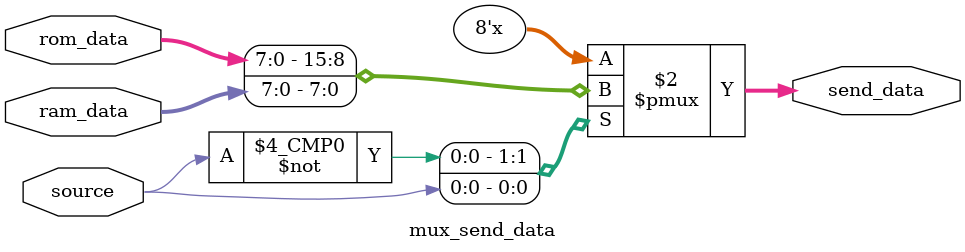
<source format=v>
module mux_send_data
(
	input source,
	
	input [7:0] ram_data,
	input [7:0] rom_data,
	
	output reg [7:0] send_data
);

	always@*
		case(source)
			1'b0: send_data = rom_data;
			1'b1: send_data = ram_data;
		endcase

endmodule

</source>
